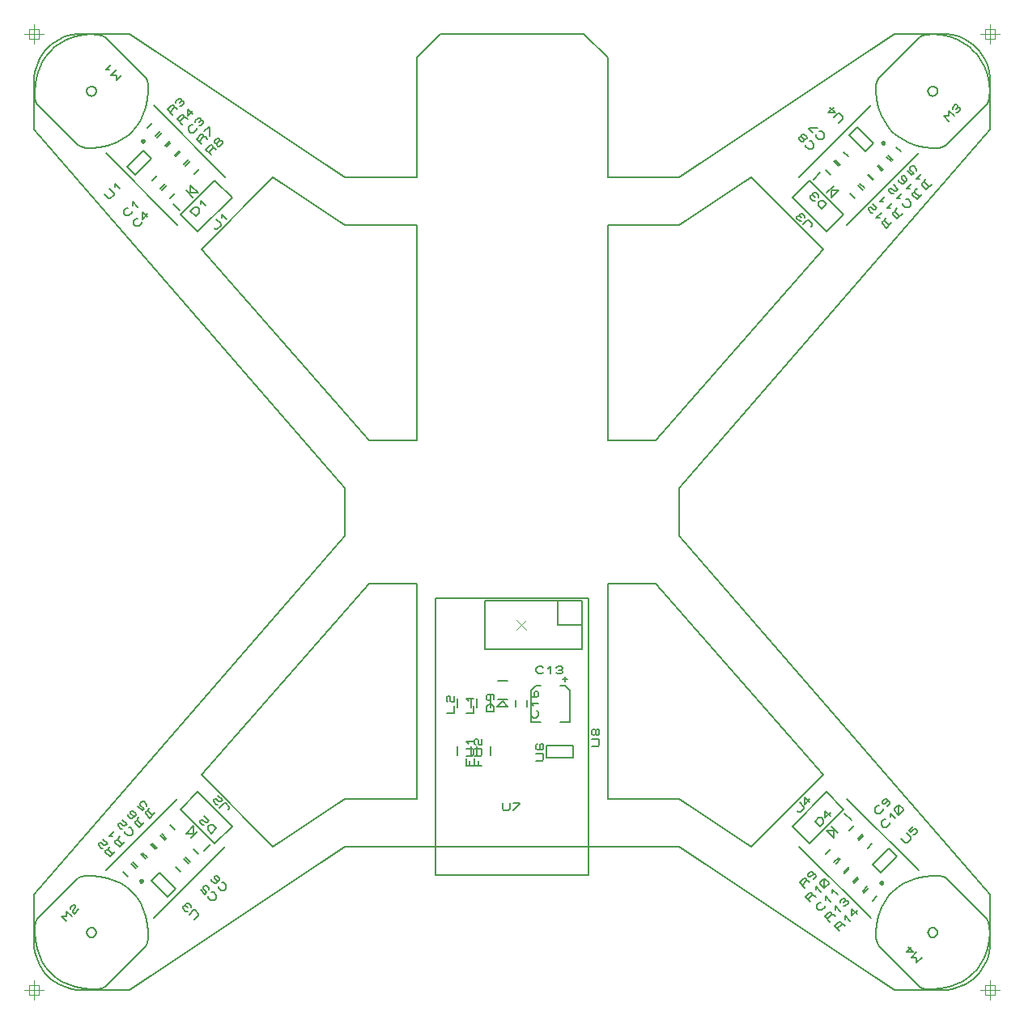
<source format=gbr>
G04 PROTEUS RS274X GERBER FILE*
%FSLAX45Y45*%
%MOMM*%
G01*
%ADD73C,0.203200*%
%ADD32C,0.250000*%
%ADD33C,0.000010*%
D73*
X-4753553Y-4046447D02*
X-4965685Y-4258579D01*
X-4753553Y-4046447D02*
X-4541421Y-3834315D01*
X-4258579Y-4965685D02*
X-3834315Y-4541421D01*
X-4258579Y-4965685D02*
X-4288686Y-4981723D01*
X-4339509Y-4992064D01*
X-4406491Y-4994740D01*
X-4485074Y-4987782D01*
X-4570700Y-4969224D01*
X-4658812Y-4937097D01*
X-4702376Y-4915330D01*
X-4744853Y-4889433D01*
X-4785672Y-4859160D01*
X-4824264Y-4824264D01*
X-4965685Y-4258579D02*
X-4981723Y-4288686D01*
X-4992064Y-4339509D01*
X-4994739Y-4406491D01*
X-4987782Y-4485074D01*
X-4969224Y-4570700D01*
X-4937097Y-4658812D01*
X-4915330Y-4702376D01*
X-4889433Y-4744853D01*
X-4859160Y-4785672D01*
X-4824264Y-4824264D01*
X-3834315Y-4541421D02*
X-3818277Y-4511314D01*
X-3807936Y-4460491D01*
X-3805261Y-4393509D01*
X-3812218Y-4314926D01*
X-3830776Y-4229300D01*
X-3862903Y-4141188D01*
X-3884670Y-4097624D01*
X-3910567Y-4055147D01*
X-3940840Y-4014328D01*
X-3975736Y-3975736D01*
X-4014328Y-3940840D01*
X-4055147Y-3910567D01*
X-4097624Y-3884670D01*
X-4141188Y-3862903D01*
X-4229300Y-3830776D01*
X-4314926Y-3812218D01*
X-4393509Y-3805260D01*
X-4460491Y-3807936D01*
X-4511314Y-3818277D01*
X-4541421Y-3834315D01*
X-4350000Y-4400000D02*
X-4350172Y-4395861D01*
X-4351567Y-4387582D01*
X-4354485Y-4379303D01*
X-4359252Y-4371024D01*
X-4366544Y-4362842D01*
X-4374823Y-4356801D01*
X-4383102Y-4352942D01*
X-4391381Y-4350748D01*
X-4399660Y-4350001D01*
X-4400000Y-4350000D01*
X-4450000Y-4400000D02*
X-4449828Y-4395861D01*
X-4448433Y-4387582D01*
X-4445515Y-4379303D01*
X-4440748Y-4371024D01*
X-4433456Y-4362842D01*
X-4425177Y-4356801D01*
X-4416898Y-4352942D01*
X-4408619Y-4350748D01*
X-4400340Y-4350001D01*
X-4400000Y-4350000D01*
X-4450000Y-4400000D02*
X-4449828Y-4404139D01*
X-4448433Y-4412418D01*
X-4445515Y-4420697D01*
X-4440748Y-4428976D01*
X-4433456Y-4437158D01*
X-4425177Y-4443199D01*
X-4416898Y-4447058D01*
X-4408619Y-4449252D01*
X-4400340Y-4449999D01*
X-4400000Y-4450000D01*
X-4350000Y-4400000D02*
X-4350172Y-4404139D01*
X-4351567Y-4412418D01*
X-4354485Y-4420697D01*
X-4359252Y-4428976D01*
X-4366544Y-4437158D01*
X-4374823Y-4443199D01*
X-4383102Y-4447058D01*
X-4391381Y-4449252D01*
X-4399660Y-4449999D01*
X-4400000Y-4450000D01*
X-4659573Y-4284112D02*
X-4713454Y-4230231D01*
X-4659573Y-4230231D01*
X-4659573Y-4176349D01*
X-4605691Y-4230231D01*
X-4623652Y-4158389D02*
X-4623652Y-4140428D01*
X-4596711Y-4113488D01*
X-4578750Y-4113488D01*
X-4569770Y-4122468D01*
X-4569770Y-4140428D01*
X-4596711Y-4167369D01*
X-4596711Y-4185330D01*
X-4578750Y-4203290D01*
X-4533849Y-4158389D01*
X-3682039Y-3385342D02*
X-3633546Y-3433836D01*
X-3768250Y-3471553D02*
X-3717961Y-3521842D01*
X-3847343Y-3246160D02*
X-3901224Y-3300041D01*
X-3946125Y-3255140D01*
X-3946125Y-3237179D01*
X-3937145Y-3228199D01*
X-3919185Y-3228199D01*
X-3874283Y-3273100D01*
X-3919185Y-3228199D02*
X-3919185Y-3210238D01*
X-3901224Y-3192278D01*
X-4017967Y-3165337D02*
X-4017967Y-3183298D01*
X-3991027Y-3210239D01*
X-3973066Y-3210239D01*
X-3937145Y-3174318D01*
X-3937145Y-3156357D01*
X-3964086Y-3129416D01*
X-3982046Y-3129416D01*
X-3991027Y-3138396D01*
X-3991027Y-3156357D01*
X-3955106Y-3192278D01*
D32*
X-3867310Y-3861109D02*
X-3867353Y-3860070D01*
X-3867705Y-3857991D01*
X-3868442Y-3855912D01*
X-3869646Y-3853833D01*
X-3871487Y-3851783D01*
X-3873566Y-3850280D01*
X-3875645Y-3849323D01*
X-3877724Y-3848784D01*
X-3879803Y-3848609D01*
X-3879810Y-3848609D01*
X-3892310Y-3861109D02*
X-3892267Y-3860070D01*
X-3891915Y-3857991D01*
X-3891178Y-3855912D01*
X-3889974Y-3853833D01*
X-3888133Y-3851783D01*
X-3886054Y-3850280D01*
X-3883975Y-3849323D01*
X-3881896Y-3848784D01*
X-3879817Y-3848609D01*
X-3879810Y-3848609D01*
X-3892310Y-3861109D02*
X-3892267Y-3862148D01*
X-3891915Y-3864227D01*
X-3891178Y-3866306D01*
X-3889974Y-3868385D01*
X-3888133Y-3870435D01*
X-3886054Y-3871938D01*
X-3883975Y-3872895D01*
X-3881896Y-3873434D01*
X-3879817Y-3873609D01*
X-3879810Y-3873609D01*
X-3867310Y-3861109D02*
X-3867353Y-3862148D01*
X-3867705Y-3864227D01*
X-3868442Y-3866306D01*
X-3869646Y-3868385D01*
X-3871487Y-3870435D01*
X-3873566Y-3871938D01*
X-3875645Y-3872895D01*
X-3877724Y-3873434D01*
X-3879803Y-3873609D01*
X-3879810Y-3873609D01*
D73*
X-3607574Y-4027279D02*
X-3522721Y-3942426D01*
X-3692427Y-3772721D01*
X-3777280Y-3857573D01*
X-3607574Y-4027279D01*
X-3323938Y-4265550D02*
X-3279037Y-4220649D01*
X-3279037Y-4202688D01*
X-3314958Y-4166767D01*
X-3332918Y-4166767D01*
X-3377820Y-4211669D01*
X-3395780Y-4175748D02*
X-3413741Y-4175748D01*
X-3440681Y-4148807D01*
X-3440681Y-4130846D01*
X-3431701Y-4121866D01*
X-3413741Y-4121866D01*
X-3413741Y-4103905D01*
X-3404760Y-4094925D01*
X-3386800Y-4094925D01*
X-3359859Y-4121866D01*
X-3359859Y-4139827D01*
X-3395780Y-4139827D02*
X-3413741Y-4121866D01*
X-3817961Y-3614658D02*
X-3866454Y-3566164D01*
X-3731750Y-3528447D02*
X-3782039Y-3478158D01*
X-4013256Y-3303441D02*
X-3995296Y-3303441D01*
X-3968355Y-3330382D01*
X-3968355Y-3366303D01*
X-3986316Y-3384264D01*
X-4022237Y-3384264D01*
X-4049177Y-3357323D01*
X-4049177Y-3339362D01*
X-4076118Y-3312422D02*
X-4094079Y-3312422D01*
X-4121019Y-3285481D01*
X-4121019Y-3267520D01*
X-4112039Y-3258540D01*
X-4094079Y-3258540D01*
X-4067138Y-3285481D01*
X-4049177Y-3285481D01*
X-4031217Y-3267520D01*
X-4076118Y-3222619D01*
X-3617961Y-3414658D02*
X-3666454Y-3366164D01*
X-3531750Y-3328447D02*
X-3582039Y-3278158D01*
X-3735395Y-3148343D02*
X-3789276Y-3202224D01*
X-3834177Y-3157323D01*
X-3834177Y-3139362D01*
X-3825197Y-3130382D01*
X-3807237Y-3130382D01*
X-3762335Y-3175283D01*
X-3807237Y-3130382D02*
X-3807237Y-3112421D01*
X-3789276Y-3094461D01*
X-3915000Y-3076501D02*
X-3870098Y-3121402D01*
X-3852138Y-3103441D01*
X-3888059Y-3067520D01*
X-3888059Y-3049560D01*
X-3870098Y-3031599D01*
X-3852138Y-3031599D01*
X-3825197Y-3058540D01*
X-3825197Y-3076501D01*
X-4017961Y-3814658D02*
X-4066454Y-3766164D01*
X-3931750Y-3728447D02*
X-3982039Y-3678158D01*
X-4153593Y-3552277D02*
X-4207474Y-3606158D01*
X-4252375Y-3561257D01*
X-4252375Y-3543296D01*
X-4243395Y-3534316D01*
X-4225435Y-3534316D01*
X-4180533Y-3579217D01*
X-4225435Y-3534316D02*
X-4225435Y-3516355D01*
X-4207474Y-3498395D01*
X-4279316Y-3516356D02*
X-4297277Y-3516356D01*
X-4324217Y-3489415D01*
X-4324217Y-3471454D01*
X-4315237Y-3462474D01*
X-4297277Y-3462474D01*
X-4270336Y-3489415D01*
X-4252375Y-3489415D01*
X-4234415Y-3471454D01*
X-4279316Y-3426553D01*
X-3152010Y-3477279D02*
X-3222721Y-3547990D01*
X-3289896Y-3339393D02*
X-3360607Y-3410104D01*
X-3335858Y-3364142D02*
X-3413640Y-3364142D01*
X-3335858Y-3286360D01*
X-3335858Y-3364142D01*
X-3093543Y-3309770D02*
X-3147424Y-3363651D01*
X-3183345Y-3327730D01*
X-3183345Y-3291809D01*
X-3165385Y-3273848D01*
X-3129464Y-3273848D01*
X-3093543Y-3309770D01*
X-3219266Y-3273849D02*
X-3237227Y-3273849D01*
X-3264167Y-3246908D01*
X-3264167Y-3228947D01*
X-3255187Y-3219967D01*
X-3237227Y-3219967D01*
X-3210286Y-3246908D01*
X-3192325Y-3246908D01*
X-3174365Y-3228947D01*
X-3219266Y-3184046D01*
X-3917961Y-3714658D02*
X-3966454Y-3666164D01*
X-3831750Y-3628447D02*
X-3882039Y-3578158D01*
X-4052943Y-3449911D02*
X-4106824Y-3503792D01*
X-4151725Y-3458891D01*
X-4151725Y-3440930D01*
X-4142745Y-3431950D01*
X-4124785Y-3431950D01*
X-4079883Y-3476851D01*
X-4124785Y-3431950D02*
X-4124785Y-3413989D01*
X-4106824Y-3396029D01*
X-4178666Y-3396029D02*
X-4214587Y-3396029D01*
X-4160706Y-3342147D01*
X-3467961Y-3764658D02*
X-3516454Y-3716164D01*
X-3381750Y-3678447D02*
X-3432039Y-3628158D01*
X-3143256Y-3980156D02*
X-3125296Y-3980156D01*
X-3098355Y-4007097D01*
X-3098355Y-4043018D01*
X-3116316Y-4060979D01*
X-3152237Y-4060979D01*
X-3179177Y-4034038D01*
X-3179177Y-4016077D01*
X-3260000Y-3953216D02*
X-3215098Y-3998117D01*
X-3197138Y-3980156D01*
X-3233059Y-3944235D01*
X-3233059Y-3926275D01*
X-3215098Y-3908314D01*
X-3197138Y-3908314D01*
X-3170197Y-3935255D01*
X-3170197Y-3953216D01*
X-3367961Y-3664658D02*
X-3416454Y-3616164D01*
X-3281750Y-3578447D02*
X-3332039Y-3528158D01*
X-3035647Y-3877345D02*
X-3017687Y-3877345D01*
X-2990746Y-3904286D01*
X-2990746Y-3940207D01*
X-3008707Y-3958168D01*
X-3044628Y-3958168D01*
X-3071568Y-3931227D01*
X-3071568Y-3913266D01*
X-3143410Y-3841424D02*
X-3143410Y-3859385D01*
X-3116470Y-3886326D01*
X-3098509Y-3886326D01*
X-3062588Y-3850405D01*
X-3062588Y-3832444D01*
X-3089529Y-3805503D01*
X-3107489Y-3805503D01*
X-3116470Y-3814483D01*
X-3116470Y-3832444D01*
X-3080549Y-3868365D01*
X-3000000Y-3500000D02*
X-3750000Y-4250000D01*
X-3500000Y-3000000D02*
X-4250000Y-3750000D01*
D33*
X-5050800Y-5050800D02*
X-4949200Y-5050800D01*
X-4949200Y-4949200D01*
X-5050800Y-4949200D01*
X-5050800Y-5050800D01*
X-4898400Y-5000000D02*
X-5101600Y-5000000D01*
X-5000000Y-5101600D02*
X-5000000Y-4898400D01*
D73*
X+4046447Y-4753553D02*
X+4258579Y-4965685D01*
X+4046447Y-4753553D02*
X+3834315Y-4541421D01*
X+4965685Y-4258579D02*
X+4541421Y-3834315D01*
X+4965685Y-4258579D02*
X+4981723Y-4288686D01*
X+4992064Y-4339509D01*
X+4994739Y-4406491D01*
X+4987782Y-4485074D01*
X+4969224Y-4570700D01*
X+4937097Y-4658812D01*
X+4915330Y-4702376D01*
X+4889433Y-4744853D01*
X+4859160Y-4785672D01*
X+4824264Y-4824264D01*
X+4258579Y-4965685D02*
X+4288686Y-4981723D01*
X+4339509Y-4992064D01*
X+4406491Y-4994740D01*
X+4485074Y-4987782D01*
X+4570700Y-4969224D01*
X+4658812Y-4937097D01*
X+4702376Y-4915330D01*
X+4744853Y-4889433D01*
X+4785672Y-4859160D01*
X+4824264Y-4824264D01*
X+4541421Y-3834315D02*
X+4511314Y-3818277D01*
X+4460491Y-3807936D01*
X+4393509Y-3805260D01*
X+4314926Y-3812218D01*
X+4229300Y-3830776D01*
X+4141188Y-3862903D01*
X+4097624Y-3884670D01*
X+4055147Y-3910567D01*
X+4014328Y-3940840D01*
X+3975736Y-3975736D01*
X+3940840Y-4014328D01*
X+3910567Y-4055147D01*
X+3884670Y-4097624D01*
X+3862903Y-4141188D01*
X+3830776Y-4229300D01*
X+3812218Y-4314926D01*
X+3805261Y-4393509D01*
X+3807936Y-4460491D01*
X+3818277Y-4511314D01*
X+3834315Y-4541421D01*
X+4450000Y-4400000D02*
X+4449828Y-4395861D01*
X+4448433Y-4387582D01*
X+4445515Y-4379303D01*
X+4440748Y-4371024D01*
X+4433456Y-4362842D01*
X+4425177Y-4356801D01*
X+4416898Y-4352942D01*
X+4408619Y-4350748D01*
X+4400340Y-4350001D01*
X+4400000Y-4350000D01*
X+4350000Y-4400000D02*
X+4350172Y-4395861D01*
X+4351567Y-4387582D01*
X+4354485Y-4379303D01*
X+4359252Y-4371024D01*
X+4366544Y-4362842D01*
X+4374823Y-4356801D01*
X+4383102Y-4352942D01*
X+4391381Y-4350748D01*
X+4399660Y-4350001D01*
X+4400000Y-4350000D01*
X+4350000Y-4400000D02*
X+4350172Y-4404139D01*
X+4351567Y-4412418D01*
X+4354485Y-4420697D01*
X+4359252Y-4428976D01*
X+4366544Y-4437158D01*
X+4374823Y-4443199D01*
X+4383102Y-4447058D01*
X+4391381Y-4449252D01*
X+4399660Y-4449999D01*
X+4400000Y-4450000D01*
X+4450000Y-4400000D02*
X+4449828Y-4404139D01*
X+4448433Y-4412418D01*
X+4445515Y-4420697D01*
X+4440748Y-4428976D01*
X+4433456Y-4437158D01*
X+4425177Y-4443199D01*
X+4416898Y-4447058D01*
X+4408619Y-4449252D01*
X+4400340Y-4449999D01*
X+4400000Y-4450000D01*
X+4284112Y-4659573D02*
X+4230231Y-4713454D01*
X+4230231Y-4659573D01*
X+4176349Y-4659573D01*
X+4230231Y-4605691D01*
X+4140428Y-4551809D02*
X+4194310Y-4605691D01*
X+4122468Y-4605691D01*
X+4176349Y-4551809D01*
X+3385342Y-3682039D02*
X+3433836Y-3633546D01*
X+3471553Y-3768250D02*
X+3521842Y-3717961D01*
X+3120435Y-4080828D02*
X+3066554Y-4026947D01*
X+3111455Y-3982046D01*
X+3129416Y-3982046D01*
X+3138396Y-3991026D01*
X+3138396Y-4008986D01*
X+3093495Y-4053888D01*
X+3138396Y-4008986D02*
X+3156357Y-4008986D01*
X+3174317Y-4026947D01*
X+3174317Y-3955105D02*
X+3174317Y-3919184D01*
X+3228199Y-3973065D01*
X+3255139Y-3928164D02*
X+3219218Y-3892243D01*
X+3219218Y-3874283D01*
X+3255139Y-3838362D01*
X+3273100Y-3838362D01*
X+3309021Y-3874283D01*
X+3309021Y-3892243D01*
X+3273100Y-3928164D01*
X+3255139Y-3928164D01*
X+3264119Y-3937144D02*
X+3264119Y-3829381D01*
D32*
X+3873609Y-3879810D02*
X+3873566Y-3878771D01*
X+3873214Y-3876692D01*
X+3872477Y-3874613D01*
X+3871273Y-3872534D01*
X+3869432Y-3870484D01*
X+3867353Y-3868981D01*
X+3865274Y-3868024D01*
X+3863195Y-3867485D01*
X+3861116Y-3867310D01*
X+3861109Y-3867310D01*
X+3848609Y-3879810D02*
X+3848652Y-3878771D01*
X+3849004Y-3876692D01*
X+3849741Y-3874613D01*
X+3850945Y-3872534D01*
X+3852786Y-3870484D01*
X+3854865Y-3868981D01*
X+3856944Y-3868024D01*
X+3859023Y-3867485D01*
X+3861102Y-3867310D01*
X+3861109Y-3867310D01*
X+3848609Y-3879810D02*
X+3848652Y-3880849D01*
X+3849004Y-3882928D01*
X+3849741Y-3885007D01*
X+3850945Y-3887086D01*
X+3852786Y-3889136D01*
X+3854865Y-3890639D01*
X+3856944Y-3891596D01*
X+3859023Y-3892135D01*
X+3861102Y-3892310D01*
X+3861109Y-3892310D01*
X+3873609Y-3879810D02*
X+3873566Y-3880849D01*
X+3873214Y-3882928D01*
X+3872477Y-3885007D01*
X+3871273Y-3887086D01*
X+3869432Y-3889136D01*
X+3867353Y-3890639D01*
X+3865274Y-3891596D01*
X+3863195Y-3892135D01*
X+3861116Y-3892310D01*
X+3861109Y-3892310D01*
D73*
X+4027279Y-3607574D02*
X+3942426Y-3522721D01*
X+3772721Y-3692427D01*
X+3857573Y-3777280D01*
X+4027279Y-3607574D01*
X+4067984Y-3413740D02*
X+4112885Y-3458641D01*
X+4130846Y-3458641D01*
X+4166767Y-3422720D01*
X+4166767Y-3404760D01*
X+4121865Y-3359858D01*
X+4193707Y-3288016D02*
X+4148806Y-3332918D01*
X+4166767Y-3350878D01*
X+4202688Y-3314957D01*
X+4220648Y-3314957D01*
X+4238609Y-3332918D01*
X+4238609Y-3350878D01*
X+4211668Y-3377819D01*
X+4193707Y-3377819D01*
X+3614658Y-3817961D02*
X+3566164Y-3866454D01*
X+3528447Y-3731750D02*
X+3478158Y-3782039D01*
X+3267520Y-4121019D02*
X+3267520Y-4138979D01*
X+3240579Y-4165920D01*
X+3204658Y-4165920D01*
X+3186697Y-4147959D01*
X+3186697Y-4112038D01*
X+3213638Y-4085098D01*
X+3231599Y-4085098D01*
X+3276500Y-4058157D02*
X+3276500Y-4022236D01*
X+3330382Y-4076117D01*
X+3348342Y-3986315D02*
X+3348342Y-3950394D01*
X+3402224Y-4004275D01*
X+3414658Y-3617961D02*
X+3366164Y-3666454D01*
X+3328447Y-3531750D02*
X+3278158Y-3582039D01*
X+3058539Y-3932959D02*
X+3004658Y-3879078D01*
X+3049559Y-3834177D01*
X+3067520Y-3834177D01*
X+3076500Y-3843157D01*
X+3076500Y-3861117D01*
X+3031599Y-3906019D01*
X+3076500Y-3861117D02*
X+3094461Y-3861117D01*
X+3112421Y-3879078D01*
X+3148342Y-3771315D02*
X+3148342Y-3789275D01*
X+3121401Y-3816216D01*
X+3103441Y-3816216D01*
X+3094460Y-3807236D01*
X+3094460Y-3789275D01*
X+3121401Y-3762335D01*
X+3139362Y-3762335D01*
X+3175283Y-3798256D01*
X+3175283Y-3816216D01*
X+3148342Y-3843157D01*
X+3814658Y-4017961D02*
X+3766164Y-4066454D01*
X+3728447Y-3931750D02*
X+3678158Y-3982039D01*
X+3426552Y-4387078D02*
X+3372671Y-4333197D01*
X+3417572Y-4288296D01*
X+3435533Y-4288296D01*
X+3444513Y-4297276D01*
X+3444513Y-4315236D01*
X+3399612Y-4360138D01*
X+3444513Y-4315236D02*
X+3462474Y-4315236D01*
X+3480434Y-4333197D01*
X+3480434Y-4261355D02*
X+3480434Y-4225434D01*
X+3534316Y-4279315D01*
X+3606158Y-4171552D02*
X+3552276Y-4225434D01*
X+3552276Y-4153592D01*
X+3606158Y-4207473D01*
X+3477279Y-3152010D02*
X+3547990Y-3222721D01*
X+3339393Y-3289896D02*
X+3410104Y-3360607D01*
X+3364142Y-3335858D02*
X+3364142Y-3413640D01*
X+3286360Y-3335858D01*
X+3364142Y-3335858D01*
X+3219966Y-3291107D02*
X+3166085Y-3237226D01*
X+3202006Y-3201305D01*
X+3237927Y-3201305D01*
X+3255888Y-3219265D01*
X+3255888Y-3255186D01*
X+3219966Y-3291107D01*
X+3327730Y-3147423D02*
X+3273848Y-3201305D01*
X+3273848Y-3129463D01*
X+3327730Y-3183344D01*
X+3714658Y-3917961D02*
X+3666164Y-3966454D01*
X+3628447Y-3831750D02*
X+3578158Y-3882039D01*
X+3324186Y-4286428D02*
X+3270305Y-4232547D01*
X+3315206Y-4187646D01*
X+3333167Y-4187646D01*
X+3342147Y-4196626D01*
X+3342147Y-4214586D01*
X+3297246Y-4259488D01*
X+3342147Y-4214586D02*
X+3360108Y-4214586D01*
X+3378068Y-4232547D01*
X+3378068Y-4160705D02*
X+3378068Y-4124784D01*
X+3431950Y-4178665D01*
X+3431949Y-4088863D02*
X+3431949Y-4070902D01*
X+3458890Y-4043962D01*
X+3476851Y-4043962D01*
X+3485831Y-4052942D01*
X+3485831Y-4070902D01*
X+3503792Y-4070902D01*
X+3512772Y-4079883D01*
X+3512772Y-4097843D01*
X+3485831Y-4124784D01*
X+3467870Y-4124784D01*
X+3467870Y-4088863D02*
X+3485831Y-4070902D01*
X+3764658Y-3467961D02*
X+3716164Y-3516454D01*
X+3678447Y-3381750D02*
X+3628158Y-3432039D01*
X+3944235Y-3251019D02*
X+3944235Y-3268979D01*
X+3917294Y-3295920D01*
X+3881373Y-3295920D01*
X+3863412Y-3277959D01*
X+3863412Y-3242038D01*
X+3890353Y-3215098D01*
X+3908314Y-3215098D01*
X+3953215Y-3188157D02*
X+3953215Y-3152236D01*
X+4007097Y-3206117D01*
X+4034037Y-3161216D02*
X+3998116Y-3125295D01*
X+3998116Y-3107335D01*
X+4034037Y-3071414D01*
X+4051998Y-3071414D01*
X+4087919Y-3107335D01*
X+4087919Y-3125295D01*
X+4051998Y-3161216D01*
X+4034037Y-3161216D01*
X+4043017Y-3170196D02*
X+4043017Y-3062433D01*
X+3664658Y-3367961D02*
X+3616164Y-3416454D01*
X+3578447Y-3281750D02*
X+3528158Y-3332039D01*
X+3877345Y-3107489D02*
X+3877345Y-3125449D01*
X+3850404Y-3152390D01*
X+3814483Y-3152390D01*
X+3796522Y-3134429D01*
X+3796522Y-3098508D01*
X+3823463Y-3071568D01*
X+3841424Y-3071568D01*
X+3922246Y-3008706D02*
X+3922246Y-3026666D01*
X+3895305Y-3053607D01*
X+3877345Y-3053607D01*
X+3868364Y-3044627D01*
X+3868364Y-3026666D01*
X+3895305Y-2999726D01*
X+3913266Y-2999726D01*
X+3949187Y-3035647D01*
X+3949187Y-3053607D01*
X+3922246Y-3080548D01*
X+3500000Y-3000000D02*
X+4250000Y-3750000D01*
X+3000000Y-3500000D02*
X+3750000Y-4250000D01*
D33*
X+4949200Y-5050800D02*
X+5050800Y-5050800D01*
X+5050800Y-4949200D01*
X+4949200Y-4949200D01*
X+4949200Y-5050800D01*
X+5000000Y-4898400D02*
X+5000000Y-5101600D01*
X+5101600Y-5000000D02*
X+4898400Y-5000000D01*
D73*
X+4753553Y+4046447D02*
X+4965685Y+4258579D01*
X+4753553Y+4046447D02*
X+4541421Y+3834315D01*
X+4258579Y+4965685D02*
X+3834315Y+4541421D01*
X+4258579Y+4965685D02*
X+4288686Y+4981723D01*
X+4339509Y+4992064D01*
X+4406491Y+4994740D01*
X+4485074Y+4987782D01*
X+4570700Y+4969224D01*
X+4658812Y+4937097D01*
X+4702376Y+4915330D01*
X+4744853Y+4889433D01*
X+4785672Y+4859160D01*
X+4824264Y+4824264D01*
X+4965685Y+4258579D02*
X+4981723Y+4288686D01*
X+4992064Y+4339509D01*
X+4994739Y+4406491D01*
X+4987782Y+4485074D01*
X+4969224Y+4570700D01*
X+4937097Y+4658812D01*
X+4915330Y+4702376D01*
X+4889433Y+4744853D01*
X+4859160Y+4785672D01*
X+4824264Y+4824264D01*
X+3834315Y+4541421D02*
X+3818277Y+4511314D01*
X+3807936Y+4460491D01*
X+3805261Y+4393509D01*
X+3812218Y+4314926D01*
X+3830776Y+4229300D01*
X+3862903Y+4141188D01*
X+3884670Y+4097624D01*
X+3910567Y+4055147D01*
X+3940840Y+4014328D01*
X+3975736Y+3975736D01*
X+4014328Y+3940840D01*
X+4055147Y+3910567D01*
X+4097624Y+3884670D01*
X+4141188Y+3862903D01*
X+4229300Y+3830776D01*
X+4314926Y+3812218D01*
X+4393509Y+3805260D01*
X+4460491Y+3807936D01*
X+4511314Y+3818277D01*
X+4541421Y+3834315D01*
X+4450000Y+4400000D02*
X+4449828Y+4404139D01*
X+4448433Y+4412418D01*
X+4445515Y+4420697D01*
X+4440748Y+4428976D01*
X+4433456Y+4437158D01*
X+4425177Y+4443199D01*
X+4416898Y+4447058D01*
X+4408619Y+4449252D01*
X+4400340Y+4449999D01*
X+4400000Y+4450000D01*
X+4350000Y+4400000D02*
X+4350172Y+4404139D01*
X+4351567Y+4412418D01*
X+4354485Y+4420697D01*
X+4359252Y+4428976D01*
X+4366544Y+4437158D01*
X+4374823Y+4443199D01*
X+4383102Y+4447058D01*
X+4391381Y+4449252D01*
X+4399660Y+4449999D01*
X+4400000Y+4450000D01*
X+4350000Y+4400000D02*
X+4350172Y+4395861D01*
X+4351567Y+4387582D01*
X+4354485Y+4379303D01*
X+4359252Y+4371024D01*
X+4366544Y+4362842D01*
X+4374823Y+4356801D01*
X+4383102Y+4352942D01*
X+4391381Y+4350748D01*
X+4399660Y+4350001D01*
X+4400000Y+4350000D01*
X+4450000Y+4400000D02*
X+4449828Y+4395861D01*
X+4448433Y+4387582D01*
X+4445515Y+4379303D01*
X+4440748Y+4371024D01*
X+4433456Y+4362842D01*
X+4425177Y+4356801D01*
X+4416898Y+4352942D01*
X+4408619Y+4350748D01*
X+4400340Y+4350001D01*
X+4400000Y+4350000D01*
X+4569769Y+4086548D02*
X+4515888Y+4140429D01*
X+4569769Y+4140429D01*
X+4569769Y+4194311D01*
X+4623651Y+4140429D01*
X+4605690Y+4212271D02*
X+4605690Y+4230232D01*
X+4632631Y+4257172D01*
X+4650592Y+4257172D01*
X+4659572Y+4248192D01*
X+4659572Y+4230232D01*
X+4677533Y+4230232D01*
X+4686513Y+4221251D01*
X+4686513Y+4203291D01*
X+4659572Y+4176350D01*
X+4641611Y+4176350D01*
X+4641611Y+4212271D02*
X+4659572Y+4230232D01*
X+3682039Y+3385342D02*
X+3633546Y+3433836D01*
X+3768250Y+3471553D02*
X+3717961Y+3521842D01*
X+4080828Y+3120435D02*
X+4026947Y+3066554D01*
X+3982046Y+3111455D01*
X+3982046Y+3129416D01*
X+3991026Y+3138396D01*
X+4008986Y+3138396D01*
X+4053888Y+3093495D01*
X+4008986Y+3138396D02*
X+4008986Y+3156357D01*
X+4026947Y+3174317D01*
X+3955105Y+3174317D02*
X+3919184Y+3174317D01*
X+3973065Y+3228199D01*
X+3883263Y+3246159D02*
X+3847342Y+3246159D01*
X+3901223Y+3300041D01*
D32*
X+3892310Y+3861109D02*
X+3892267Y+3862148D01*
X+3891915Y+3864227D01*
X+3891178Y+3866306D01*
X+3889974Y+3868385D01*
X+3888133Y+3870435D01*
X+3886054Y+3871938D01*
X+3883975Y+3872895D01*
X+3881896Y+3873434D01*
X+3879817Y+3873609D01*
X+3879810Y+3873609D01*
X+3867310Y+3861109D02*
X+3867353Y+3862148D01*
X+3867705Y+3864227D01*
X+3868442Y+3866306D01*
X+3869646Y+3868385D01*
X+3871487Y+3870435D01*
X+3873566Y+3871938D01*
X+3875645Y+3872895D01*
X+3877724Y+3873434D01*
X+3879803Y+3873609D01*
X+3879810Y+3873609D01*
X+3867310Y+3861109D02*
X+3867353Y+3860070D01*
X+3867705Y+3857991D01*
X+3868442Y+3855912D01*
X+3869646Y+3853833D01*
X+3871487Y+3851783D01*
X+3873566Y+3850280D01*
X+3875645Y+3849323D01*
X+3877724Y+3848784D01*
X+3879803Y+3848609D01*
X+3879810Y+3848609D01*
X+3892310Y+3861109D02*
X+3892267Y+3860070D01*
X+3891915Y+3857991D01*
X+3891178Y+3855912D01*
X+3889974Y+3853833D01*
X+3888133Y+3851783D01*
X+3886054Y+3850280D01*
X+3883975Y+3849323D01*
X+3881896Y+3848784D01*
X+3879817Y+3848609D01*
X+3879810Y+3848609D01*
D73*
X+3607574Y+4027279D02*
X+3522721Y+3942426D01*
X+3692427Y+3772721D01*
X+3777280Y+3857573D01*
X+3607574Y+4027279D01*
X+3413740Y+4067984D02*
X+3458641Y+4112885D01*
X+3458641Y+4130846D01*
X+3422720Y+4166767D01*
X+3404760Y+4166767D01*
X+3359858Y+4121865D01*
X+3323937Y+4229629D02*
X+3377819Y+4175747D01*
X+3305977Y+4175747D01*
X+3359858Y+4229629D01*
X+3817961Y+3614658D02*
X+3866454Y+3566164D01*
X+3731750Y+3528447D02*
X+3782039Y+3478158D01*
X+4121019Y+3267520D02*
X+4138979Y+3267520D01*
X+4165920Y+3240579D01*
X+4165920Y+3204658D01*
X+4147959Y+3186697D01*
X+4112038Y+3186697D01*
X+4085098Y+3213638D01*
X+4085098Y+3231599D01*
X+4058157Y+3276500D02*
X+4022236Y+3276500D01*
X+4076117Y+3330382D01*
X+3986315Y+3330381D02*
X+3968354Y+3330381D01*
X+3941414Y+3357322D01*
X+3941414Y+3375283D01*
X+3950394Y+3384263D01*
X+3968354Y+3384263D01*
X+3995295Y+3357322D01*
X+4013256Y+3357322D01*
X+4031216Y+3375283D01*
X+3986315Y+3420184D01*
X+3617961Y+3414658D02*
X+3666454Y+3366164D01*
X+3531750Y+3328447D02*
X+3582039Y+3278158D01*
X+3968880Y+3022618D02*
X+3914999Y+2968737D01*
X+3870098Y+3013638D01*
X+3870098Y+3031599D01*
X+3879078Y+3040579D01*
X+3897038Y+3040579D01*
X+3941940Y+2995678D01*
X+3897038Y+3040579D02*
X+3897038Y+3058540D01*
X+3914999Y+3076500D01*
X+3843157Y+3076500D02*
X+3807236Y+3076500D01*
X+3861117Y+3130382D01*
X+3771315Y+3130381D02*
X+3753354Y+3130381D01*
X+3726414Y+3157322D01*
X+3726414Y+3175283D01*
X+3735394Y+3184263D01*
X+3753354Y+3184263D01*
X+3780295Y+3157322D01*
X+3798256Y+3157322D01*
X+3816216Y+3175283D01*
X+3771315Y+3220184D01*
X+4017961Y+3814658D02*
X+4066454Y+3766164D01*
X+3931750Y+3728447D02*
X+3982039Y+3678158D01*
X+4387078Y+3426552D02*
X+4333197Y+3372671D01*
X+4288296Y+3417572D01*
X+4288296Y+3435533D01*
X+4297276Y+3444513D01*
X+4315236Y+3444513D01*
X+4360138Y+3399612D01*
X+4315236Y+3444513D02*
X+4315236Y+3462474D01*
X+4333197Y+3480434D01*
X+4261355Y+3480434D02*
X+4225434Y+3480434D01*
X+4279315Y+3534316D01*
X+4135631Y+3570236D02*
X+4180533Y+3525335D01*
X+4198493Y+3543296D01*
X+4162572Y+3579217D01*
X+4162572Y+3597177D01*
X+4180533Y+3615138D01*
X+4198493Y+3615138D01*
X+4225434Y+3588197D01*
X+4225434Y+3570236D01*
X+3152010Y+3477279D02*
X+3222721Y+3547990D01*
X+3289896Y+3339393D02*
X+3360607Y+3410104D01*
X+3335858Y+3364142D02*
X+3413640Y+3364142D01*
X+3335858Y+3286360D01*
X+3335858Y+3364142D01*
X+3291107Y+3219966D02*
X+3237226Y+3166085D01*
X+3201305Y+3202006D01*
X+3201305Y+3237927D01*
X+3219265Y+3255888D01*
X+3255186Y+3255888D01*
X+3291107Y+3219966D01*
X+3165384Y+3255887D02*
X+3147423Y+3255887D01*
X+3120483Y+3282828D01*
X+3120483Y+3300789D01*
X+3129463Y+3309769D01*
X+3147423Y+3309769D01*
X+3147423Y+3327730D01*
X+3156404Y+3336710D01*
X+3174364Y+3336710D01*
X+3201305Y+3309769D01*
X+3201305Y+3291808D01*
X+3165384Y+3291808D02*
X+3147423Y+3309769D01*
X+3917961Y+3714658D02*
X+3966454Y+3666164D01*
X+3831750Y+3628447D02*
X+3882039Y+3578158D01*
X+4286428Y+3324186D02*
X+4232547Y+3270305D01*
X+4187646Y+3315206D01*
X+4187646Y+3333167D01*
X+4196626Y+3342147D01*
X+4214586Y+3342147D01*
X+4259488Y+3297246D01*
X+4214586Y+3342147D02*
X+4214586Y+3360108D01*
X+4232547Y+3378068D01*
X+4160705Y+3378068D02*
X+4124784Y+3378068D01*
X+4178665Y+3431950D01*
X+4043962Y+3476851D02*
X+4043962Y+3458890D01*
X+4070902Y+3431949D01*
X+4088863Y+3431949D01*
X+4124784Y+3467870D01*
X+4124784Y+3485831D01*
X+4097843Y+3512772D01*
X+4079883Y+3512772D01*
X+4070902Y+3503792D01*
X+4070902Y+3485831D01*
X+4106823Y+3449910D01*
X+3467961Y+3764658D02*
X+3516454Y+3716164D01*
X+3381750Y+3678447D02*
X+3432039Y+3628158D01*
X+3215098Y+3980156D02*
X+3233058Y+3980156D01*
X+3259999Y+3953215D01*
X+3259999Y+3917294D01*
X+3242038Y+3899333D01*
X+3206117Y+3899333D01*
X+3179177Y+3926274D01*
X+3179177Y+3944235D01*
X+3143256Y+3962195D02*
X+3098354Y+4007096D01*
X+3107335Y+4016077D01*
X+3197137Y+4016077D01*
X+3367961Y+3664658D02*
X+3416454Y+3616164D01*
X+3281750Y+3578447D02*
X+3332039Y+3528158D01*
X+3107489Y+3877345D02*
X+3125449Y+3877345D01*
X+3152390Y+3850404D01*
X+3152390Y+3814483D01*
X+3134429Y+3796522D01*
X+3098508Y+3796522D01*
X+3071568Y+3823463D01*
X+3071568Y+3841424D01*
X+3053607Y+3895305D02*
X+3053607Y+3877345D01*
X+3044627Y+3868364D01*
X+3026666Y+3868364D01*
X+2999726Y+3895305D01*
X+2999726Y+3913266D01*
X+3008706Y+3922246D01*
X+3026666Y+3922246D01*
X+3053607Y+3895305D01*
X+3071568Y+3895305D01*
X+3080548Y+3904285D01*
X+3080548Y+3922246D01*
X+3053607Y+3949187D01*
X+3035647Y+3949187D01*
X+3026666Y+3940207D01*
X+3026666Y+3922246D01*
X+3000000Y+3500000D02*
X+3750000Y+4250000D01*
X+3500000Y+3000000D02*
X+4250000Y+3750000D01*
D33*
X+4949200Y+4949200D02*
X+5050800Y+4949200D01*
X+5050800Y+5050800D01*
X+4949200Y+5050800D01*
X+4949200Y+4949200D01*
X+4898400Y+5000000D02*
X+5101600Y+5000000D01*
X+5000000Y+5101600D02*
X+5000000Y+4898400D01*
D73*
X-4046447Y+4753553D02*
X-4258579Y+4965685D01*
X-4046447Y+4753553D02*
X-3834315Y+4541421D01*
X-4965685Y+4258579D02*
X-4541421Y+3834315D01*
X-4965685Y+4258579D02*
X-4981723Y+4288686D01*
X-4992064Y+4339509D01*
X-4994739Y+4406491D01*
X-4987782Y+4485074D01*
X-4969224Y+4570700D01*
X-4937097Y+4658812D01*
X-4915330Y+4702376D01*
X-4889433Y+4744853D01*
X-4859160Y+4785672D01*
X-4824264Y+4824264D01*
X-4258579Y+4965685D02*
X-4288686Y+4981723D01*
X-4339509Y+4992064D01*
X-4406491Y+4994740D01*
X-4485074Y+4987782D01*
X-4570700Y+4969224D01*
X-4658812Y+4937097D01*
X-4702376Y+4915330D01*
X-4744853Y+4889433D01*
X-4785672Y+4859160D01*
X-4824264Y+4824264D01*
X-4541421Y+3834315D02*
X-4511314Y+3818277D01*
X-4460491Y+3807936D01*
X-4393509Y+3805260D01*
X-4314926Y+3812218D01*
X-4229300Y+3830776D01*
X-4141188Y+3862903D01*
X-4097624Y+3884670D01*
X-4055147Y+3910567D01*
X-4014328Y+3940840D01*
X-3975736Y+3975736D01*
X-3940840Y+4014328D01*
X-3910567Y+4055147D01*
X-3884670Y+4097624D01*
X-3862903Y+4141188D01*
X-3830776Y+4229300D01*
X-3812218Y+4314926D01*
X-3805261Y+4393509D01*
X-3807936Y+4460491D01*
X-3818277Y+4511314D01*
X-3834315Y+4541421D01*
X-4350000Y+4400000D02*
X-4350172Y+4404139D01*
X-4351567Y+4412418D01*
X-4354485Y+4420697D01*
X-4359252Y+4428976D01*
X-4366544Y+4437158D01*
X-4374823Y+4443199D01*
X-4383102Y+4447058D01*
X-4391381Y+4449252D01*
X-4399660Y+4449999D01*
X-4400000Y+4450000D01*
X-4450000Y+4400000D02*
X-4449828Y+4404139D01*
X-4448433Y+4412418D01*
X-4445515Y+4420697D01*
X-4440748Y+4428976D01*
X-4433456Y+4437158D01*
X-4425177Y+4443199D01*
X-4416898Y+4447058D01*
X-4408619Y+4449252D01*
X-4400340Y+4449999D01*
X-4400000Y+4450000D01*
X-4450000Y+4400000D02*
X-4449828Y+4395861D01*
X-4448433Y+4387582D01*
X-4445515Y+4379303D01*
X-4440748Y+4371024D01*
X-4433456Y+4362842D01*
X-4425177Y+4356801D01*
X-4416898Y+4352942D01*
X-4408619Y+4350748D01*
X-4400340Y+4350001D01*
X-4400000Y+4350000D01*
X-4350000Y+4400000D02*
X-4350172Y+4395861D01*
X-4351567Y+4387582D01*
X-4354485Y+4379303D01*
X-4359252Y+4371024D01*
X-4366544Y+4362842D01*
X-4374823Y+4356801D01*
X-4383102Y+4352942D01*
X-4391381Y+4350748D01*
X-4399660Y+4350001D01*
X-4400000Y+4350000D01*
X-4086548Y+4569769D02*
X-4140429Y+4515888D01*
X-4140429Y+4569769D01*
X-4194311Y+4569769D01*
X-4140429Y+4623651D01*
X-4212271Y+4623651D02*
X-4248192Y+4623651D01*
X-4194311Y+4677533D01*
X-3385342Y+3682039D02*
X-3433836Y+3633546D01*
X-3471553Y+3768250D02*
X-3521842Y+3717961D01*
X-3246160Y+3847343D02*
X-3300041Y+3901224D01*
X-3255140Y+3946125D01*
X-3237179Y+3946125D01*
X-3228199Y+3937145D01*
X-3228199Y+3919185D01*
X-3273100Y+3874283D01*
X-3228199Y+3919185D02*
X-3210238Y+3919185D01*
X-3192278Y+3901224D01*
X-3219219Y+3982046D02*
X-3174318Y+4026948D01*
X-3165337Y+4017967D01*
X-3165337Y+3928165D01*
D32*
X-3848609Y+3879810D02*
X-3848652Y+3880849D01*
X-3849004Y+3882928D01*
X-3849741Y+3885007D01*
X-3850945Y+3887086D01*
X-3852786Y+3889136D01*
X-3854865Y+3890639D01*
X-3856944Y+3891596D01*
X-3859023Y+3892135D01*
X-3861102Y+3892310D01*
X-3861109Y+3892310D01*
X-3873609Y+3879810D02*
X-3873566Y+3880849D01*
X-3873214Y+3882928D01*
X-3872477Y+3885007D01*
X-3871273Y+3887086D01*
X-3869432Y+3889136D01*
X-3867353Y+3890639D01*
X-3865274Y+3891596D01*
X-3863195Y+3892135D01*
X-3861116Y+3892310D01*
X-3861109Y+3892310D01*
X-3873609Y+3879810D02*
X-3873566Y+3878771D01*
X-3873214Y+3876692D01*
X-3872477Y+3874613D01*
X-3871273Y+3872534D01*
X-3869432Y+3870484D01*
X-3867353Y+3868981D01*
X-3865274Y+3868024D01*
X-3863195Y+3867485D01*
X-3861116Y+3867310D01*
X-3861109Y+3867310D01*
X-3848609Y+3879810D02*
X-3848652Y+3878771D01*
X-3849004Y+3876692D01*
X-3849741Y+3874613D01*
X-3850945Y+3872534D01*
X-3852786Y+3870484D01*
X-3854865Y+3868981D01*
X-3856944Y+3868024D01*
X-3859023Y+3867485D01*
X-3861102Y+3867310D01*
X-3861109Y+3867310D01*
D73*
X-4027279Y+3607574D02*
X-3942426Y+3522721D01*
X-3772721Y+3692427D01*
X-3857573Y+3777280D01*
X-4027279Y+3607574D01*
X-4265550Y+3323938D02*
X-4220649Y+3279037D01*
X-4202688Y+3279037D01*
X-4166767Y+3314958D01*
X-4166767Y+3332918D01*
X-4211669Y+3377820D01*
X-4157787Y+3395780D02*
X-4157787Y+3431701D01*
X-4103905Y+3377820D01*
X-3614658Y+3817961D02*
X-3566164Y+3866454D01*
X-3528447Y+3731750D02*
X-3478158Y+3782039D01*
X-3303441Y+4013256D02*
X-3303441Y+3995296D01*
X-3330382Y+3968355D01*
X-3366303Y+3968355D01*
X-3384264Y+3986316D01*
X-3384264Y+4022237D01*
X-3357323Y+4049177D01*
X-3339362Y+4049177D01*
X-3312422Y+4076118D02*
X-3312422Y+4094079D01*
X-3285481Y+4121019D01*
X-3267520Y+4121019D01*
X-3258540Y+4112039D01*
X-3258540Y+4094079D01*
X-3240579Y+4094079D01*
X-3231599Y+4085098D01*
X-3231599Y+4067138D01*
X-3258540Y+4040197D01*
X-3276501Y+4040197D01*
X-3276501Y+4076118D02*
X-3258540Y+4094079D01*
X-3414658Y+3617961D02*
X-3366164Y+3666454D01*
X-3328447Y+3531750D02*
X-3278158Y+3582039D01*
X-3148343Y+3735395D02*
X-3202224Y+3789276D01*
X-3157323Y+3834177D01*
X-3139362Y+3834177D01*
X-3130382Y+3825197D01*
X-3130382Y+3807237D01*
X-3175283Y+3762335D01*
X-3130382Y+3807237D02*
X-3112421Y+3807237D01*
X-3094461Y+3789276D01*
X-3085481Y+3852138D02*
X-3103441Y+3852138D01*
X-3112422Y+3861118D01*
X-3112422Y+3879079D01*
X-3085481Y+3906019D01*
X-3067520Y+3906019D01*
X-3058540Y+3897039D01*
X-3058540Y+3879079D01*
X-3085481Y+3852138D01*
X-3085481Y+3834177D01*
X-3076501Y+3825197D01*
X-3058540Y+3825197D01*
X-3031599Y+3852138D01*
X-3031599Y+3870098D01*
X-3040579Y+3879079D01*
X-3058540Y+3879079D01*
X-3814658Y+4017961D02*
X-3766164Y+4066454D01*
X-3728447Y+3931750D02*
X-3678158Y+3982039D01*
X-3552277Y+4153593D02*
X-3606158Y+4207474D01*
X-3561257Y+4252375D01*
X-3543296Y+4252375D01*
X-3534316Y+4243395D01*
X-3534316Y+4225435D01*
X-3579217Y+4180533D01*
X-3534316Y+4225435D02*
X-3516355Y+4225435D01*
X-3498395Y+4207474D01*
X-3516356Y+4279316D02*
X-3516356Y+4297277D01*
X-3489415Y+4324217D01*
X-3471454Y+4324217D01*
X-3462474Y+4315237D01*
X-3462474Y+4297277D01*
X-3444513Y+4297277D01*
X-3435533Y+4288296D01*
X-3435533Y+4270336D01*
X-3462474Y+4243395D01*
X-3480435Y+4243395D01*
X-3480435Y+4279316D02*
X-3462474Y+4297277D01*
X-3477279Y+3152010D02*
X-3547990Y+3222721D01*
X-3339393Y+3289896D02*
X-3410104Y+3360607D01*
X-3364142Y+3335858D02*
X-3364142Y+3413640D01*
X-3286360Y+3335858D01*
X-3364142Y+3335858D01*
X-3309770Y+3093543D02*
X-3363651Y+3147424D01*
X-3327730Y+3183345D01*
X-3291809Y+3183345D01*
X-3273848Y+3165385D01*
X-3273848Y+3129464D01*
X-3309770Y+3093543D01*
X-3255888Y+3219266D02*
X-3255888Y+3255187D01*
X-3202006Y+3201306D01*
X-3714658Y+3917961D02*
X-3666164Y+3966454D01*
X-3628447Y+3831750D02*
X-3578158Y+3882039D01*
X-3449911Y+4052943D02*
X-3503792Y+4106824D01*
X-3458891Y+4151725D01*
X-3440930Y+4151725D01*
X-3431950Y+4142745D01*
X-3431950Y+4124785D01*
X-3476851Y+4079883D01*
X-3431950Y+4124785D02*
X-3413989Y+4124785D01*
X-3396029Y+4106824D01*
X-3342147Y+4196627D02*
X-3396029Y+4142745D01*
X-3396029Y+4214587D01*
X-3342147Y+4160706D01*
X-3764658Y+3467961D02*
X-3716164Y+3516454D01*
X-3678447Y+3381750D02*
X-3628158Y+3432039D01*
X-3980156Y+3143256D02*
X-3980156Y+3125296D01*
X-4007097Y+3098355D01*
X-4043018Y+3098355D01*
X-4060979Y+3116316D01*
X-4060979Y+3152237D01*
X-4034038Y+3179177D01*
X-4016077Y+3179177D01*
X-3971176Y+3206118D02*
X-3971176Y+3242039D01*
X-3917294Y+3188158D01*
X-3664658Y+3367961D02*
X-3616164Y+3416454D01*
X-3578447Y+3281750D02*
X-3528158Y+3332039D01*
X-3877345Y+3035647D02*
X-3877345Y+3017687D01*
X-3904286Y+2990746D01*
X-3940207Y+2990746D01*
X-3958168Y+3008707D01*
X-3958168Y+3044628D01*
X-3931227Y+3071568D01*
X-3913266Y+3071568D01*
X-3814483Y+3116470D02*
X-3868365Y+3062588D01*
X-3868365Y+3134430D01*
X-3814483Y+3080549D01*
X-3500000Y+3000000D02*
X-4250000Y+3750000D01*
X-3000000Y+3500000D02*
X-3750000Y+4250000D01*
D33*
X-5050800Y+4949200D02*
X-4949200Y+4949200D01*
X-4949200Y+5050800D01*
X-5050800Y+5050800D01*
X-5050800Y+4949200D01*
X-5000000Y+4898400D02*
X-5000000Y+5101600D01*
X-5101600Y+5000000D02*
X-4898400Y+5000000D01*
D73*
X-4000000Y-5000000D02*
X-4500000Y-5000000D01*
X-4551964Y-4997475D01*
X-4602234Y-4990051D01*
X-4650581Y-4977959D01*
X-4696777Y-4961426D01*
X-4740593Y-4940681D01*
X-4781799Y-4915955D01*
X-4820168Y-4887474D01*
X-4855469Y-4855469D01*
X-4887474Y-4820168D01*
X-4915955Y-4781799D01*
X-4940682Y-4740593D01*
X-4961426Y-4696777D01*
X-4977959Y-4650581D01*
X-4990051Y-4602234D01*
X-4997475Y-4551964D01*
X-5000000Y-4500000D01*
X-5000000Y-4000000D01*
X-1750000Y-250000D01*
X-1750000Y+250000D01*
X-5000000Y+4000000D01*
X-5000000Y+4500000D01*
X-4997475Y+4551964D01*
X-4990051Y+4602234D01*
X-4977959Y+4650581D01*
X-4961426Y+4696777D01*
X-4940682Y+4740593D01*
X-4915955Y+4781799D01*
X-4887474Y+4820168D01*
X-4855469Y+4855469D01*
X-4820168Y+4887474D01*
X-4781799Y+4915955D01*
X-4740593Y+4940681D01*
X-4696777Y+4961426D01*
X-4650581Y+4977959D01*
X-4602234Y+4990051D01*
X-4551964Y+4997475D01*
X-4500000Y+5000000D01*
X-4000000Y+5000000D01*
X-1750000Y+3500000D01*
X-1000000Y+3500000D01*
X-1000000Y+4750000D01*
X-750000Y+5000000D01*
X+750000Y+5000000D01*
X+1000000Y+4750000D01*
X+1000000Y+3500000D01*
X+1750000Y+3500000D01*
X+4000000Y+5000000D01*
X+4500000Y+5000000D01*
X+4551964Y+4997475D01*
X+4602234Y+4990051D01*
X+4650581Y+4977959D01*
X+4696777Y+4961426D01*
X+4740593Y+4940681D01*
X+4781799Y+4915955D01*
X+4820168Y+4887474D01*
X+4855469Y+4855469D01*
X+4887474Y+4820168D01*
X+4915955Y+4781799D01*
X+4940682Y+4740593D01*
X+4961426Y+4696777D01*
X+4977959Y+4650581D01*
X+4990051Y+4602234D01*
X+4997475Y+4551964D01*
X+5000000Y+4500000D01*
X+5000000Y+4000000D01*
X+1750000Y+250000D01*
X+1750000Y-250000D01*
X+5000000Y-4000000D01*
X+5000000Y-4500000D01*
X+4997475Y-4551964D01*
X+4990051Y-4602234D01*
X+4977959Y-4650581D01*
X+4961426Y-4696777D01*
X+4940682Y-4740593D01*
X+4915955Y-4781799D01*
X+4887474Y-4820168D01*
X+4855469Y-4855469D01*
X+4820168Y-4887474D01*
X+4781799Y-4915955D01*
X+4740593Y-4940681D01*
X+4696777Y-4961426D01*
X+4650581Y-4977959D01*
X+4602234Y-4990051D01*
X+4551964Y-4997475D01*
X+4500000Y-5000000D01*
X+4000000Y-5000000D01*
X+1750000Y-3500000D01*
X-1750000Y-3500000D01*
X-4000000Y-5000000D01*
X+3110197Y-3469408D02*
X+3469407Y-3110198D01*
X+3289802Y-2930593D01*
X+2930592Y-3289803D01*
X+3110197Y-3469408D01*
X+2986269Y-3129954D02*
X+2995249Y-3138934D01*
X+3013210Y-3138934D01*
X+3049131Y-3103013D01*
X+3049131Y-3085053D01*
X+3004229Y-3040151D01*
X+3111993Y-3004230D02*
X+3058111Y-3058112D01*
X+3058111Y-2986270D01*
X+3111993Y-3040151D01*
X+3469408Y+3110197D02*
X+3110198Y+3469407D01*
X+2930593Y+3289802D01*
X+3289803Y+2930592D01*
X+3469408Y+3110197D01*
X+3129953Y+2986269D02*
X+3138933Y+2995249D01*
X+3138933Y+3013210D01*
X+3103012Y+3049131D01*
X+3085052Y+3049131D01*
X+3040150Y+3004229D01*
X+3022190Y+3040150D02*
X+3004229Y+3040150D01*
X+2977289Y+3067091D01*
X+2977289Y+3085052D01*
X+2986269Y+3094032D01*
X+3004229Y+3094032D01*
X+3004229Y+3111993D01*
X+3013210Y+3120973D01*
X+3031170Y+3120973D01*
X+3058111Y+3094032D01*
X+3058111Y+3076071D01*
X+3022190Y+3076071D02*
X+3004229Y+3094032D01*
X-3469408Y-3110197D02*
X-3110198Y-3469407D01*
X-2930593Y-3289802D01*
X-3289803Y-2930592D01*
X-3469408Y-3110197D01*
X-2968309Y-3111994D02*
X-2959329Y-3103014D01*
X-2959329Y-3085053D01*
X-2995250Y-3049132D01*
X-3013210Y-3049132D01*
X-3058112Y-3094034D01*
X-3076072Y-3058113D02*
X-3094033Y-3058113D01*
X-3120973Y-3031172D01*
X-3120973Y-3013211D01*
X-3111993Y-3004231D01*
X-3094033Y-3004231D01*
X-3067092Y-3031172D01*
X-3049131Y-3031172D01*
X-3031171Y-3013211D01*
X-3076072Y-2968310D01*
X-3110197Y+3469408D02*
X-3469407Y+3110198D01*
X-3289802Y+2930593D01*
X-2930592Y+3289803D01*
X-3110197Y+3469408D01*
X-3111994Y+2968310D02*
X-3103014Y+2959330D01*
X-3085053Y+2959330D01*
X-3049132Y+2995251D01*
X-3049132Y+3013211D01*
X-3094034Y+3058113D01*
X-3040152Y+3076073D02*
X-3040152Y+3111994D01*
X-2986270Y+3058113D01*
X-101600Y-3042800D02*
X-101600Y-3106300D01*
X-88900Y-3119000D01*
X-38100Y-3119000D01*
X-25400Y-3106300D01*
X-25400Y-3042800D01*
X+12700Y-3042800D02*
X+76200Y-3042800D01*
X+76200Y-3055500D01*
X+12700Y-3119000D01*
X-371900Y-2550000D02*
X-371900Y-2450000D01*
X-228100Y-2550000D02*
X-228100Y-2450000D01*
X-407460Y-2652400D02*
X-483660Y-2652400D01*
X-483660Y-2576200D01*
X-445560Y-2652400D02*
X-445560Y-2601600D01*
X-483660Y-2550800D02*
X-420160Y-2550800D01*
X-407460Y-2538100D01*
X-407460Y-2487300D01*
X-420160Y-2474600D01*
X-483660Y-2474600D01*
X-458260Y-2423800D02*
X-483660Y-2398400D01*
X-407460Y-2398400D01*
X-371900Y-2050000D02*
X-371900Y-1950000D01*
X-228100Y-2050000D02*
X-228100Y-1950000D01*
X-483660Y-2101600D02*
X-407460Y-2101600D01*
X-407460Y-2025400D01*
X-458260Y-1974600D02*
X-483660Y-1949200D01*
X-407460Y-1949200D01*
X-571900Y-2050000D02*
X-571900Y-1950000D01*
X-428100Y-2050000D02*
X-428100Y-1950000D01*
X-683660Y-2101600D02*
X-607460Y-2101600D01*
X-607460Y-2025400D01*
X-670960Y-1987300D02*
X-683660Y-1974600D01*
X-683660Y-1936500D01*
X-670960Y-1923800D01*
X-658260Y-1923800D01*
X-645560Y-1936500D01*
X-645560Y-1974600D01*
X-632860Y-1987300D01*
X-607460Y-1987300D01*
X-607460Y-1923800D01*
X-428100Y-2450000D02*
X-428100Y-2550000D01*
X-571900Y-2450000D02*
X-571900Y-2550000D01*
X-316340Y-2652400D02*
X-392540Y-2652400D01*
X-392540Y-2576200D01*
X-354440Y-2652400D02*
X-354440Y-2601600D01*
X-392540Y-2550800D02*
X-329040Y-2550800D01*
X-316340Y-2538100D01*
X-316340Y-2487300D01*
X-329040Y-2474600D01*
X-392540Y-2474600D01*
X-379840Y-2436500D02*
X-392540Y-2423800D01*
X-392540Y-2385700D01*
X-379840Y-2373000D01*
X-367140Y-2373000D01*
X-354440Y-2385700D01*
X-354440Y-2423800D01*
X-341740Y-2436500D01*
X-316340Y-2436500D01*
X-316340Y-2373000D01*
X-150000Y-1770000D02*
X-50000Y-1770000D01*
X-150000Y-1965000D02*
X-50000Y-1965000D01*
X-100000Y-1980000D02*
X-45000Y-2035000D01*
X-155000Y-2035000D01*
X-100000Y-1980000D01*
X-190560Y-2085660D02*
X-266760Y-2085660D01*
X-266760Y-2034860D01*
X-241360Y-2009460D01*
X-215960Y-2009460D01*
X-190560Y-2034860D01*
X-190560Y-2085660D01*
X-241360Y-1907860D02*
X-228660Y-1920560D01*
X-228660Y-1958660D01*
X-241360Y-1971360D01*
X-254060Y-1971360D01*
X-266760Y-1958660D01*
X-266760Y-1920560D01*
X-254060Y-1907860D01*
X-203260Y-1907860D01*
X-190560Y-1920560D01*
X-190560Y-1958660D01*
X+158420Y-1966980D02*
X+158420Y-2035560D01*
X+36500Y-1966980D02*
X+36500Y-2038100D01*
X+257480Y-2076200D02*
X+270180Y-2088900D01*
X+270180Y-2127000D01*
X+244780Y-2152400D01*
X+219380Y-2152400D01*
X+193980Y-2127000D01*
X+193980Y-2088900D01*
X+206680Y-2076200D01*
X+219380Y-2025400D02*
X+193980Y-2000000D01*
X+270180Y-2000000D01*
X+206680Y-1873000D02*
X+193980Y-1885700D01*
X+193980Y-1923800D01*
X+206680Y-1936500D01*
X+257480Y-1936500D01*
X+270180Y-1923800D01*
X+270180Y-1885700D01*
X+257480Y-1873000D01*
X+244780Y-1873000D01*
X+232080Y-1885700D01*
X+232080Y-1936500D01*
X+298400Y-2201000D02*
X+196800Y-2201000D01*
X+196800Y-1870800D01*
X+247600Y-1820000D01*
X+298400Y-1820000D01*
X+501600Y-1820000D02*
X+552400Y-1820000D01*
X+603200Y-1870800D01*
X+603200Y-2201000D01*
X+501600Y-2201000D01*
X+527000Y-1753800D02*
X+577800Y-1753800D01*
X+552400Y-1779200D02*
X+552400Y-1728400D01*
X+323800Y-1680140D02*
X+311100Y-1692840D01*
X+273000Y-1692840D01*
X+247600Y-1667440D01*
X+247600Y-1642040D01*
X+273000Y-1616640D01*
X+311100Y-1616640D01*
X+323800Y-1629340D01*
X+374600Y-1642040D02*
X+400000Y-1616640D01*
X+400000Y-1692840D01*
X+463500Y-1629340D02*
X+476200Y-1616640D01*
X+514300Y-1616640D01*
X+527000Y-1629340D01*
X+527000Y-1642040D01*
X+514300Y-1654740D01*
X+527000Y-1667440D01*
X+527000Y-1680140D01*
X+514300Y-1692840D01*
X+476200Y-1692840D01*
X+463500Y-1680140D01*
X+488900Y-1654740D02*
X+514300Y-1654740D01*
X+361570Y-2567310D02*
X+640970Y-2567310D01*
X+640970Y-2440310D01*
X+361570Y-2440310D01*
X+361570Y-2567310D01*
X+249810Y-2604140D02*
X+313310Y-2604140D01*
X+326010Y-2591440D01*
X+326010Y-2540640D01*
X+313310Y-2527940D01*
X+249810Y-2527940D01*
X+262510Y-2426340D02*
X+249810Y-2439040D01*
X+249810Y-2477140D01*
X+262510Y-2489840D01*
X+313310Y-2489840D01*
X+326010Y-2477140D01*
X+326010Y-2439040D01*
X+313310Y-2426340D01*
X+300610Y-2426340D01*
X+287910Y-2439040D01*
X+287910Y-2489840D01*
X-3250000Y-2750000D02*
X-2500000Y-3500000D01*
X-1750000Y-3000000D01*
X-1000000Y-3000000D01*
X-1000000Y-750000D01*
X-1500000Y-750000D01*
X-3250000Y-2750000D01*
X+3250000Y-2750000D02*
X+2500000Y-3500000D01*
X+1750000Y-3000000D01*
X+1000000Y-3000000D01*
X+1000000Y-750000D01*
X+1500000Y-750000D01*
X+3250000Y-2750000D01*
X+3250000Y+2750000D02*
X+2500000Y+3500000D01*
X+1750000Y+3000000D01*
X+1000000Y+3000000D01*
X+1000000Y+750000D01*
X+1500000Y+750000D01*
X+3250000Y+2750000D01*
X-3250000Y+2750000D02*
X-2500000Y+3500000D01*
X-1750000Y+3000000D01*
X-1000000Y+3000000D01*
X-1000000Y+750000D01*
X-1500000Y+750000D01*
X-3250000Y+2750000D01*
D33*
X+145800Y-1128200D02*
X+44200Y-1229800D01*
X+44200Y-1128200D02*
X+145800Y-1229800D01*
D73*
X+730000Y-925000D02*
X+730000Y-1433000D01*
X-286000Y-1433000D01*
X-286000Y-925000D01*
X+730000Y-925000D01*
X+476000Y-925000D02*
X+476000Y-1179000D01*
X+730000Y-1179000D02*
X+476000Y-1179000D01*
X+800000Y-900000D02*
X+800000Y-3800000D01*
X-800000Y-3800000D01*
X-800000Y-900000D01*
X+800000Y-900000D01*
X+835560Y-2451600D02*
X+899060Y-2451600D01*
X+911760Y-2438900D01*
X+911760Y-2388100D01*
X+899060Y-2375400D01*
X+835560Y-2375400D01*
X+873660Y-2324600D02*
X+860960Y-2337300D01*
X+848260Y-2337300D01*
X+835560Y-2324600D01*
X+835560Y-2286500D01*
X+848260Y-2273800D01*
X+860960Y-2273800D01*
X+873660Y-2286500D01*
X+873660Y-2324600D01*
X+886360Y-2337300D01*
X+899060Y-2337300D01*
X+911760Y-2324600D01*
X+911760Y-2286500D01*
X+899060Y-2273800D01*
X+886360Y-2273800D01*
X+873660Y-2286500D01*
M02*

</source>
